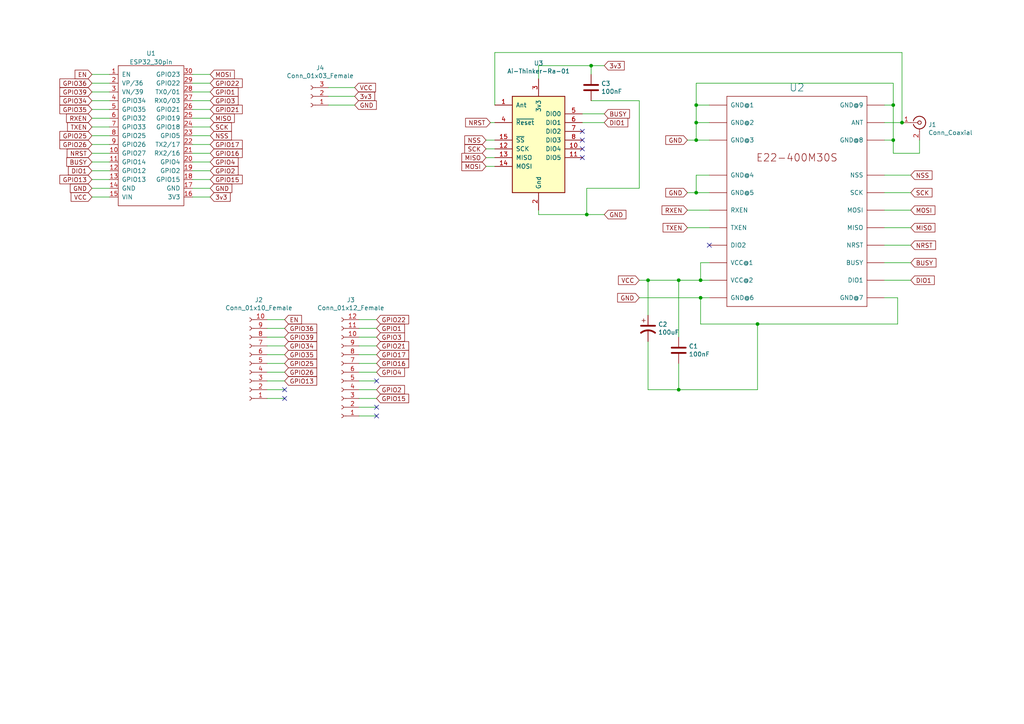
<source format=kicad_sch>
(kicad_sch (version 20211123) (generator eeschema)
  (paper "A4")
  (lib_symbols
    (symbol "Connector:Conn_01x03_Female" (pin_names (offset 1.016) hide)
      (property "Reference" "J" (at 0 5.08 0))
      (property "Value" "Conn_01x03_Female" (at 0 -5.08 0))
      (symbol "Conn_01x03_Female_1_1"
        (arc (start 0 -2.032) (mid -0.508 -2.54) (end 0 -3.048) (stroke (width 0.1524)))
        (polyline (pts (xy -1.27 -2.54) (xy -0.508 -2.54)) (stroke (width 0.1524)))
        (polyline (pts (xy -1.27 0) (xy -0.508 0)) (stroke (width 0.1524)))
        (polyline (pts (xy -1.27 2.54) (xy -0.508 2.54)) (stroke (width 0.1524)))
        (arc (start 0 0.508) (mid -0.508 0) (end 0 -0.508) (stroke (width 0.1524)))
        (arc (start 0 3.048) (mid -0.508 2.54) (end 0 2.032) (stroke (width 0.1524)))
        (pin passive line (at -5.08 2.54 0) (length 3.81) (name "Pin_1") (number "1"))
        (pin passive line (at -5.08 0 0) (length 3.81) (name "Pin_2") (number "2"))
        (pin passive line (at -5.08 -2.54 0) (length 3.81) (name "Pin_3") (number "3"))
      )
    )
    (symbol "Connector:Conn_01x10_Female" (pin_names (offset 1.016) hide)
      (property "Reference" "J" (at 0 12.7 0))
      (property "Value" "Conn_01x10_Female" (at 0 -15.24 0))
      (symbol "Conn_01x10_Female_1_1"
        (arc (start 0 -12.192) (mid -0.508 -12.7) (end 0 -13.208) (stroke (width 0.1524)))
        (arc (start 0 -9.652) (mid -0.508 -10.16) (end 0 -10.668) (stroke (width 0.1524)))
        (arc (start 0 -7.112) (mid -0.508 -7.62) (end 0 -8.128) (stroke (width 0.1524)))
        (arc (start 0 -4.572) (mid -0.508 -5.08) (end 0 -5.588) (stroke (width 0.1524)))
        (arc (start 0 -2.032) (mid -0.508 -2.54) (end 0 -3.048) (stroke (width 0.1524)))
        (polyline (pts (xy -1.27 -12.7) (xy -0.508 -12.7)) (stroke (width 0.1524)))
        (polyline (pts (xy -1.27 -10.16) (xy -0.508 -10.16)) (stroke (width 0.1524)))
        (polyline (pts (xy -1.27 -7.62) (xy -0.508 -7.62)) (stroke (width 0.1524)))
        (polyline (pts (xy -1.27 -5.08) (xy -0.508 -5.08)) (stroke (width 0.1524)))
        (polyline (pts (xy -1.27 -2.54) (xy -0.508 -2.54)) (stroke (width 0.1524)))
        (polyline (pts (xy -1.27 0) (xy -0.508 0)) (stroke (width 0.1524)))
        (polyline (pts (xy -1.27 2.54) (xy -0.508 2.54)) (stroke (width 0.1524)))
        (polyline (pts (xy -1.27 5.08) (xy -0.508 5.08)) (stroke (width 0.1524)))
        (polyline (pts (xy -1.27 7.62) (xy -0.508 7.62)) (stroke (width 0.1524)))
        (polyline (pts (xy -1.27 10.16) (xy -0.508 10.16)) (stroke (width 0.1524)))
        (arc (start 0 0.508) (mid -0.508 0) (end 0 -0.508) (stroke (width 0.1524)))
        (arc (start 0 3.048) (mid -0.508 2.54) (end 0 2.032) (stroke (width 0.1524)))
        (arc (start 0 5.588) (mid -0.508 5.08) (end 0 4.572) (stroke (width 0.1524)))
        (arc (start 0 8.128) (mid -0.508 7.62) (end 0 7.112) (stroke (width 0.1524)))
        (arc (start 0 10.668) (mid -0.508 10.16) (end 0 9.652) (stroke (width 0.1524)))
        (pin passive line (at -5.08 10.16 0) (length 3.81) (name "Pin_1") (number "1"))
        (pin passive line (at -5.08 -12.7 0) (length 3.81) (name "Pin_10") (number "10"))
        (pin passive line (at -5.08 7.62 0) (length 3.81) (name "Pin_2") (number "2"))
        (pin passive line (at -5.08 5.08 0) (length 3.81) (name "Pin_3") (number "3"))
        (pin passive line (at -5.08 2.54 0) (length 3.81) (name "Pin_4") (number "4"))
        (pin passive line (at -5.08 0 0) (length 3.81) (name "Pin_5") (number "5"))
        (pin passive line (at -5.08 -2.54 0) (length 3.81) (name "Pin_6") (number "6"))
        (pin passive line (at -5.08 -5.08 0) (length 3.81) (name "Pin_7") (number "7"))
        (pin passive line (at -5.08 -7.62 0) (length 3.81) (name "Pin_8") (number "8"))
        (pin passive line (at -5.08 -10.16 0) (length 3.81) (name "Pin_9") (number "9"))
      )
    )
    (symbol "Connector:Conn_01x12_Female" (pin_names (offset 1.016) hide)
      (property "Reference" "J" (at 0 15.24 0))
      (property "Value" "Conn_01x12_Female" (at 0 -17.78 0))
      (symbol "Conn_01x12_Female_1_1"
        (arc (start 0 -14.732) (mid -0.508 -15.24) (end 0 -15.748) (stroke (width 0.1524)))
        (arc (start 0 -12.192) (mid -0.508 -12.7) (end 0 -13.208) (stroke (width 0.1524)))
        (arc (start 0 -9.652) (mid -0.508 -10.16) (end 0 -10.668) (stroke (width 0.1524)))
        (arc (start 0 -7.112) (mid -0.508 -7.62) (end 0 -8.128) (stroke (width 0.1524)))
        (arc (start 0 -4.572) (mid -0.508 -5.08) (end 0 -5.588) (stroke (width 0.1524)))
        (arc (start 0 -2.032) (mid -0.508 -2.54) (end 0 -3.048) (stroke (width 0.1524)))
        (polyline (pts (xy -1.27 -15.24) (xy -0.508 -15.24)) (stroke (width 0.1524)))
        (polyline (pts (xy -1.27 -12.7) (xy -0.508 -12.7)) (stroke (width 0.1524)))
        (polyline (pts (xy -1.27 -10.16) (xy -0.508 -10.16)) (stroke (width 0.1524)))
        (polyline (pts (xy -1.27 -7.62) (xy -0.508 -7.62)) (stroke (width 0.1524)))
        (polyline (pts (xy -1.27 -5.08) (xy -0.508 -5.08)) (stroke (width 0.1524)))
        (polyline (pts (xy -1.27 -2.54) (xy -0.508 -2.54)) (stroke (width 0.1524)))
        (polyline (pts (xy -1.27 0) (xy -0.508 0)) (stroke (width 0.1524)))
        (polyline (pts (xy -1.27 2.54) (xy -0.508 2.54)) (stroke (width 0.1524)))
        (polyline (pts (xy -1.27 5.08) (xy -0.508 5.08)) (stroke (width 0.1524)))
        (polyline (pts (xy -1.27 7.62) (xy -0.508 7.62)) (stroke (width 0.1524)))
        (polyline (pts (xy -1.27 10.16) (xy -0.508 10.16)) (stroke (width 0.1524)))
        (polyline (pts (xy -1.27 12.7) (xy -0.508 12.7)) (stroke (width 0.1524)))
        (arc (start 0 0.508) (mid -0.508 0) (end 0 -0.508) (stroke (width 0.1524)))
        (arc (start 0 3.048) (mid -0.508 2.54) (end 0 2.032) (stroke (width 0.1524)))
        (arc (start 0 5.588) (mid -0.508 5.08) (end 0 4.572) (stroke (width 0.1524)))
        (arc (start 0 8.128) (mid -0.508 7.62) (end 0 7.112) (stroke (width 0.1524)))
        (arc (start 0 10.668) (mid -0.508 10.16) (end 0 9.652) (stroke (width 0.1524)))
        (arc (start 0 13.208) (mid -0.508 12.7) (end 0 12.192) (stroke (width 0.1524)))
        (pin passive line (at -5.08 12.7 0) (length 3.81) (name "Pin_1") (number "1"))
        (pin passive line (at -5.08 -10.16 0) (length 3.81) (name "Pin_10") (number "10"))
        (pin passive line (at -5.08 -12.7 0) (length 3.81) (name "Pin_11") (number "11"))
        (pin passive line (at -5.08 -15.24 0) (length 3.81) (name "Pin_12") (number "12"))
        (pin passive line (at -5.08 10.16 0) (length 3.81) (name "Pin_2") (number "2"))
        (pin passive line (at -5.08 7.62 0) (length 3.81) (name "Pin_3") (number "3"))
        (pin passive line (at -5.08 5.08 0) (length 3.81) (name "Pin_4") (number "4"))
        (pin passive line (at -5.08 2.54 0) (length 3.81) (name "Pin_5") (number "5"))
        (pin passive line (at -5.08 0 0) (length 3.81) (name "Pin_6") (number "6"))
        (pin passive line (at -5.08 -2.54 0) (length 3.81) (name "Pin_7") (number "7"))
        (pin passive line (at -5.08 -5.08 0) (length 3.81) (name "Pin_8") (number "8"))
        (pin passive line (at -5.08 -7.62 0) (length 3.81) (name "Pin_9") (number "9"))
      )
    )
    (symbol "Connector:Conn_Coaxial" (pin_names (offset 1.016) hide)
      (property "Reference" "J" (at 0.254 3.048 0))
      (property "Value" "Conn_Coaxial" (at 2.921 0 90))
      (symbol "Conn_Coaxial_0_1"
        (arc (start -1.778 -0.508) (mid 0.2311 -1.8066) (end 1.778 0) (stroke (width 0.254)))
        (polyline (pts (xy -2.54 0) (xy -0.508 0)))
        (polyline (pts (xy 0 -2.54) (xy 0 -1.778)))
        (circle (center 0 0) (radius 0.508) (stroke (width 0.2032)))
        (arc (start 1.778 0) (mid 0.2099 1.8101) (end -1.778 0.508) (stroke (width 0.254)))
      )
      (symbol "Conn_Coaxial_1_1"
        (pin passive line (at -5.08 0 0) (length 2.54) (name "In") (number "1"))
        (pin passive line (at 0 -5.08 90) (length 2.54) (name "Ext") (number "2"))
      )
    )
    (symbol "Device:C" (pin_numbers hide) (pin_names (offset 0.254))
      (property "Reference" "C" (at 0.635 2.54 0))
      (property "Value" "C" (at 0.635 -2.54 0))
      (symbol "C_0_1"
        (polyline (pts (xy -2.032 -0.762) (xy 2.032 -0.762)) (stroke (width 0.508)))
        (polyline (pts (xy -2.032 0.762) (xy 2.032 0.762)) (stroke (width 0.508)))
      )
      (symbol "C_1_1"
        (pin passive line (at 0 3.81 270) (length 2.794) (name "~") (number "1"))
        (pin passive line (at 0 -3.81 90) (length 2.794) (name "~") (number "2"))
      )
    )
    (symbol "lora_tracker-rescue:Ai-Thinker-Ra-01-RF_Module" (pin_names (offset 1.016))
      (property "Reference" "U" (at 2.54 17.78 0))
      (property "Value" "Ai-Thinker-Ra-01-RF_Module" (at 10.16 -13.97 0))
      (symbol "Ai-Thinker-Ra-01-RF_Module_0_1"
        (rectangle (start -7.62 15.24) (end 7.62 -12.7) (stroke (width 0.254)) (fill (type background)))
      )
      (symbol "Ai-Thinker-Ra-01-RF_Module_1_1"
        (pin input line (at -12.7 12.7 0) (length 5.08) (name "Ant") (number "1"))
        (pin bidirectional line (at 12.7 0 180) (length 5.08) (name "DIO4") (number "10"))
        (pin bidirectional line (at 12.7 -2.54 180) (length 5.08) (name "DIO5") (number "11"))
        (pin bidirectional line (at -12.7 0 0) (length 5.08) (name "SCK") (number "12"))
        (pin output line (at -12.7 -2.54 0) (length 5.08) (name "MISO") (number "13"))
        (pin input line (at -12.7 -5.08 0) (length 5.08) (name "MOSI") (number "14"))
        (pin input line (at -12.7 2.54 0) (length 5.08) (name "~{SS}") (number "15"))
        (pin passive line (at 0 -17.78 90) (length 5.08) hide (name "Gnd") (number "16"))
        (pin power_in line (at 0 -17.78 90) (length 5.08) (name "Gnd") (number "2"))
        (pin power_in line (at 0 20.32 270) (length 5.08) (name "3v3") (number "3"))
        (pin input line (at -12.7 7.62 0) (length 5.08) (name "~{Reset}") (number "4"))
        (pin bidirectional line (at 12.7 10.16 180) (length 5.08) (name "DIO0") (number "5"))
        (pin bidirectional line (at 12.7 7.62 180) (length 5.08) (name "DIO1") (number "6"))
        (pin bidirectional line (at 12.7 5.08 180) (length 5.08) (name "DIO2") (number "7"))
        (pin bidirectional line (at 12.7 2.54 180) (length 5.08) (name "DIO3") (number "8"))
        (pin passive line (at 0 -17.78 90) (length 5.08) hide (name "Gnd") (number "9"))
      )
    )
    (symbol "lora_tracker-rescue:CP1-Device" (pin_numbers hide) (pin_names (offset 0.254) hide)
      (property "Reference" "C" (at 0.635 2.54 0))
      (property "Value" "CP1-Device" (at 0.635 -2.54 0))
      (symbol "CP1-Device_0_1"
        (polyline (pts (xy -2.032 0.762) (xy 2.032 0.762)) (stroke (width 0.508)))
        (polyline (pts (xy -1.778 2.286) (xy -0.762 2.286)))
        (polyline (pts (xy -1.27 1.778) (xy -1.27 2.794)))
        (arc (start 2.032 -1.27) (mid 0 -0.5572) (end -2.032 -1.27) (stroke (width 0.508)))
      )
      (symbol "CP1-Device_1_1"
        (pin passive line (at 0 3.81 270) (length 2.794) (name "~") (number "1"))
        (pin passive line (at 0 -3.81 90) (length 3.302) (name "~") (number "2"))
      )
    )
    (symbol "lora_tracker:E22-400M30S" (pin_names (offset 1.016))
      (property "Reference" "U" (at -20.32 33.02 0))
      (symbol "E22-400M30S_1_0"
        (polyline (pts (xy -20.32 -30.48) (xy 20.32 -30.48)))
        (polyline (pts (xy -20.32 30.48) (xy -20.32 -30.48)))
        (polyline (pts (xy 20.32 -30.48) (xy 20.32 30.48)))
        (polyline (pts (xy 20.32 30.48) (xy -20.32 30.48)))
        (text "E22-400M30S" (at 0 12.7 0) (effects (font (size 2.159 2.159))))
        (pin bidirectional line (at -25.4 27.94 0) (length 5.08) (name "GND@1") (number "1"))
        (pin bidirectional line (at -25.4 -22.86 0) (length 5.08) (name "VCC@2") (number "10"))
        (pin bidirectional line (at -25.4 -27.94 0) (length 5.08) (name "GND@6") (number "11"))
        (pin bidirectional line (at 25.4 -27.94 180) (length 5.08) (name "GND@7") (number "12"))
        (pin bidirectional line (at 25.4 -22.86 180) (length 5.08) (name "DIO1") (number "13"))
        (pin bidirectional line (at 25.4 -17.78 180) (length 5.08) (name "BUSY") (number "14"))
        (pin bidirectional line (at 25.4 -12.7 180) (length 5.08) (name "NRST") (number "15"))
        (pin bidirectional line (at 25.4 -7.62 180) (length 5.08) (name "MISO") (number "16"))
        (pin bidirectional line (at 25.4 -2.54 180) (length 5.08) (name "MOSI") (number "17"))
        (pin bidirectional line (at 25.4 2.54 180) (length 5.08) (name "SCK") (number "18"))
        (pin bidirectional line (at 25.4 7.62 180) (length 5.08) (name "NSS") (number "19"))
        (pin bidirectional line (at -25.4 22.86 0) (length 5.08) (name "GND@2") (number "2"))
        (pin bidirectional line (at 25.4 17.78 180) (length 5.08) (name "GND@8") (number "20"))
        (pin bidirectional line (at 25.4 22.86 180) (length 5.08) (name "ANT") (number "21"))
        (pin bidirectional line (at 25.4 27.94 180) (length 5.08) (name "GND@9") (number "22"))
        (pin bidirectional line (at -25.4 17.78 0) (length 5.08) (name "GND@3") (number "3"))
        (pin bidirectional line (at -25.4 7.62 0) (length 5.08) (name "GND@4") (number "4"))
        (pin bidirectional line (at -25.4 2.54 0) (length 5.08) (name "GND@5") (number "5"))
        (pin bidirectional line (at -25.4 -2.54 0) (length 5.08) (name "RXEN") (number "6"))
        (pin bidirectional line (at -25.4 -7.62 0) (length 5.08) (name "TXEN") (number "7"))
        (pin bidirectional line (at -25.4 -12.7 0) (length 5.08) (name "DIO2") (number "8"))
        (pin bidirectional line (at -25.4 -17.78 0) (length 5.08) (name "VCC@1") (number "9"))
      )
    )
    (symbol "lora_tracker:ESP32_30pin" (pin_names (offset 1.016))
      (property "Reference" "U" (at 2.54 1.27 0))
      (property "Value" "ESP32_30pin" (at 2.54 -1.27 0))
      (symbol "ESP32_30pin_0_1"
        (rectangle (start -7.62 -2.54) (end 11.43 -43.18))
      )
      (symbol "ESP32_30pin_1_1"
        (pin input line (at -10.16 -5.08 0) (length 2.54) (name "EN") (number "1"))
        (pin input line (at -10.16 -27.94 0) (length 2.54) (name "GPIO27") (number "10"))
        (pin input line (at -10.16 -30.48 0) (length 2.54) (name "GPIO14") (number "11"))
        (pin input line (at -10.16 -33.02 0) (length 2.54) (name "GPIO12") (number "12"))
        (pin input line (at -10.16 -35.56 0) (length 2.54) (name "GPIO13") (number "13"))
        (pin input line (at -10.16 -38.1 0) (length 2.54) (name "GND") (number "14"))
        (pin power_in line (at -10.16 -40.64 0) (length 2.54) (name "VIN") (number "15"))
        (pin power_out line (at 13.97 -40.64 180) (length 2.54) (name "3V3") (number "16"))
        (pin input line (at 13.97 -38.1 180) (length 2.54) (name "GND") (number "17"))
        (pin input line (at 13.97 -35.56 180) (length 2.54) (name "GPIO15") (number "18"))
        (pin input line (at 13.97 -33.02 180) (length 2.54) (name "GPIO2") (number "19"))
        (pin input line (at -10.16 -7.62 0) (length 2.54) (name "VP/36") (number "2"))
        (pin input line (at 13.97 -30.48 180) (length 2.54) (name "GPIO4") (number "20"))
        (pin input line (at 13.97 -27.94 180) (length 2.54) (name "RX2/16") (number "21"))
        (pin input line (at 13.97 -25.4 180) (length 2.54) (name "TX2/17") (number "22"))
        (pin input line (at 13.97 -22.86 180) (length 2.54) (name "GPIO5") (number "23"))
        (pin input line (at 13.97 -20.32 180) (length 2.54) (name "GPIO18") (number "24"))
        (pin input line (at 13.97 -17.78 180) (length 2.54) (name "GPIO19") (number "25"))
        (pin input line (at 13.97 -15.24 180) (length 2.54) (name "GPIO21") (number "26"))
        (pin input line (at 13.97 -12.7 180) (length 2.54) (name "RX0/03") (number "27"))
        (pin input line (at 13.97 -10.16 180) (length 2.54) (name "TX0/01") (number "28"))
        (pin input line (at 13.97 -7.62 180) (length 2.54) (name "GPIO22") (number "29"))
        (pin input line (at -10.16 -10.16 0) (length 2.54) (name "VN/39") (number "3"))
        (pin input line (at 13.97 -5.08 180) (length 2.54) (name "GPIO23") (number "30"))
        (pin input line (at -10.16 -12.7 0) (length 2.54) (name "GPIO34") (number "4"))
        (pin input line (at -10.16 -15.24 0) (length 2.54) (name "GPIO35") (number "5"))
        (pin input line (at -10.16 -17.78 0) (length 2.54) (name "GPIO32") (number "6"))
        (pin input line (at -10.16 -20.32 0) (length 2.54) (name "GPIO33") (number "7"))
        (pin input line (at -10.16 -22.86 0) (length 2.54) (name "GPIO25") (number "8"))
        (pin input line (at -10.16 -25.4 0) (length 2.54) (name "GPIO26") (number "9"))
      )
    )
  )
  (junction (at 259.08 30.48))
  (junction (at 187.96 81.28))
  (junction (at 259.08 40.64))
  (junction (at 196.85 113.03))
  (junction (at 170.18 62.23))
  (junction (at 201.93 35.56))
  (junction (at 171.45 19.05))
  (junction (at 261.62 35.56))
  (junction (at 196.85 81.28))
  (junction (at 203.2 86.36))
  (junction (at 201.93 30.48))
  (junction (at 219.71 93.98))
  (junction (at 201.93 55.88))
  (junction (at 203.2 81.28))
  (junction (at 201.93 40.64))
  (no_connect (at 205.74 71.12))
  (no_connect (at 82.55 113.03))
  (no_connect (at 109.22 120.65))
  (no_connect (at 82.55 115.57))
  (no_connect (at 168.91 45.72))
  (no_connect (at 168.91 43.18))
  (no_connect (at 168.91 40.64))
  (no_connect (at 109.22 110.49))
  (no_connect (at 168.91 38.1))
  (no_connect (at 109.22 118.11))
  (wire (pts (xy 26.67 54.61) (xy 31.75 54.61)))
  (wire (pts (xy 185.42 29.21) (xy 185.42 54.61)))
  (wire (pts (xy 156.21 19.05) (xy 156.21 22.86)))
  (wire (pts (xy 26.67 52.07) (xy 31.75 52.07)))
  (wire (pts (xy 140.97 40.64) (xy 143.51 40.64)))
  (wire (pts (xy 104.14 100.33) (xy 109.22 100.33)))
  (wire (pts (xy 104.14 92.71) (xy 109.22 92.71)))
  (wire (pts (xy 143.51 15.24) (xy 261.62 15.24)))
  (wire (pts (xy 26.67 24.13) (xy 31.75 24.13)))
  (wire (pts (xy 201.93 30.48) (xy 201.93 24.13)))
  (wire (pts (xy 95.25 27.94) (xy 102.87 27.94)))
  (wire (pts (xy 205.74 66.04) (xy 199.39 66.04)))
  (wire (pts (xy 175.26 35.56) (xy 168.91 35.56)))
  (wire (pts (xy 256.54 81.28) (xy 264.16 81.28)))
  (wire (pts (xy 77.47 95.25) (xy 82.55 95.25)))
  (wire (pts (xy 82.55 92.71) (xy 77.47 92.71)))
  (wire (pts (xy 26.67 31.75) (xy 31.75 31.75)))
  (wire (pts (xy 196.85 81.28) (xy 203.2 81.28)))
  (wire (pts (xy 104.14 113.03) (xy 109.22 113.03)))
  (wire (pts (xy 26.67 39.37) (xy 31.75 39.37)))
  (wire (pts (xy 55.88 24.13) (xy 60.96 24.13)))
  (wire (pts (xy 55.88 36.83) (xy 60.96 36.83)))
  (wire (pts (xy 205.74 60.96) (xy 199.39 60.96)))
  (wire (pts (xy 104.14 118.11) (xy 109.22 118.11)))
  (wire (pts (xy 205.74 35.56) (xy 201.93 35.56)))
  (wire (pts (xy 187.96 91.44) (xy 187.96 81.28)))
  (wire (pts (xy 55.88 46.99) (xy 60.96 46.99)))
  (wire (pts (xy 171.45 21.59) (xy 171.45 19.05)))
  (wire (pts (xy 256.54 71.12) (xy 264.16 71.12)))
  (wire (pts (xy 95.25 30.48) (xy 102.87 30.48)))
  (wire (pts (xy 256.54 76.2) (xy 264.16 76.2)))
  (wire (pts (xy 264.16 55.88) (xy 256.54 55.88)))
  (wire (pts (xy 55.88 39.37) (xy 60.96 39.37)))
  (wire (pts (xy 77.47 115.57) (xy 82.55 115.57)))
  (wire (pts (xy 140.97 48.26) (xy 143.51 48.26)))
  (wire (pts (xy 55.88 26.67) (xy 60.96 26.67)))
  (wire (pts (xy 26.67 29.21) (xy 31.75 29.21)))
  (wire (pts (xy 170.18 62.23) (xy 175.26 62.23)))
  (wire (pts (xy 203.2 93.98) (xy 219.71 93.98)))
  (wire (pts (xy 205.74 50.8) (xy 201.93 50.8)))
  (wire (pts (xy 201.93 24.13) (xy 259.08 24.13)))
  (wire (pts (xy 205.74 40.64) (xy 201.93 40.64)))
  (wire (pts (xy 77.47 110.49) (xy 82.55 110.49)))
  (wire (pts (xy 104.14 110.49) (xy 109.22 110.49)))
  (wire (pts (xy 55.88 44.45) (xy 60.96 44.45)))
  (wire (pts (xy 55.88 29.21) (xy 60.96 29.21)))
  (wire (pts (xy 77.47 97.79) (xy 82.55 97.79)))
  (wire (pts (xy 26.67 41.91) (xy 31.75 41.91)))
  (wire (pts (xy 187.96 81.28) (xy 196.85 81.28)))
  (wire (pts (xy 266.7 40.64) (xy 266.7 44.45)))
  (wire (pts (xy 55.88 34.29) (xy 60.96 34.29)))
  (wire (pts (xy 203.2 86.36) (xy 205.74 86.36)))
  (wire (pts (xy 260.35 93.98) (xy 260.35 86.36)))
  (wire (pts (xy 266.7 44.45) (xy 259.08 44.45)))
  (wire (pts (xy 26.67 57.15) (xy 31.75 57.15)))
  (wire (pts (xy 156.21 60.96) (xy 156.21 62.23)))
  (wire (pts (xy 171.45 29.21) (xy 185.42 29.21)))
  (wire (pts (xy 104.14 102.87) (xy 109.22 102.87)))
  (wire (pts (xy 205.74 81.28) (xy 203.2 81.28)))
  (wire (pts (xy 264.16 50.8) (xy 256.54 50.8)))
  (wire (pts (xy 175.26 33.02) (xy 168.91 33.02)))
  (wire (pts (xy 95.25 25.4) (xy 102.87 25.4)))
  (wire (pts (xy 104.14 115.57) (xy 109.22 115.57)))
  (wire (pts (xy 104.14 105.41) (xy 109.22 105.41)))
  (wire (pts (xy 201.93 50.8) (xy 201.93 55.88)))
  (wire (pts (xy 171.45 19.05) (xy 175.26 19.05)))
  (wire (pts (xy 26.67 49.53) (xy 31.75 49.53)))
  (wire (pts (xy 256.54 40.64) (xy 259.08 40.64)))
  (wire (pts (xy 196.85 97.79) (xy 196.85 81.28)))
  (wire (pts (xy 261.62 15.24) (xy 261.62 35.56)))
  (wire (pts (xy 256.54 35.56) (xy 261.62 35.56)))
  (wire (pts (xy 26.67 26.67) (xy 31.75 26.67)))
  (wire (pts (xy 259.08 40.64) (xy 259.08 30.48)))
  (wire (pts (xy 199.39 55.88) (xy 201.93 55.88)))
  (wire (pts (xy 196.85 105.41) (xy 196.85 113.03)))
  (wire (pts (xy 140.97 45.72) (xy 143.51 45.72)))
  (wire (pts (xy 259.08 24.13) (xy 259.08 30.48)))
  (wire (pts (xy 31.75 36.83) (xy 26.67 36.83)))
  (wire (pts (xy 219.71 93.98) (xy 260.35 93.98)))
  (wire (pts (xy 26.67 21.59) (xy 31.75 21.59)))
  (wire (pts (xy 140.97 43.18) (xy 143.51 43.18)))
  (wire (pts (xy 259.08 30.48) (xy 256.54 30.48)))
  (wire (pts (xy 219.71 113.03) (xy 219.71 93.98)))
  (wire (pts (xy 104.14 120.65) (xy 109.22 120.65)))
  (wire (pts (xy 77.47 102.87) (xy 82.55 102.87)))
  (wire (pts (xy 156.21 62.23) (xy 170.18 62.23)))
  (wire (pts (xy 201.93 35.56) (xy 201.93 40.64)))
  (wire (pts (xy 185.42 81.28) (xy 187.96 81.28)))
  (wire (pts (xy 256.54 66.04) (xy 264.16 66.04)))
  (wire (pts (xy 143.51 30.48) (xy 143.51 15.24)))
  (wire (pts (xy 156.21 19.05) (xy 171.45 19.05)))
  (wire (pts (xy 185.42 86.36) (xy 203.2 86.36)))
  (wire (pts (xy 185.42 54.61) (xy 170.18 54.61)))
  (wire (pts (xy 142.24 35.56) (xy 143.51 35.56)))
  (wire (pts (xy 201.93 55.88) (xy 205.74 55.88)))
  (wire (pts (xy 259.08 44.45) (xy 259.08 40.64)))
  (wire (pts (xy 205.74 76.2) (xy 203.2 76.2)))
  (wire (pts (xy 104.14 107.95) (xy 109.22 107.95)))
  (wire (pts (xy 196.85 113.03) (xy 219.71 113.03)))
  (wire (pts (xy 205.74 30.48) (xy 201.93 30.48)))
  (wire (pts (xy 187.96 113.03) (xy 196.85 113.03)))
  (wire (pts (xy 26.67 44.45) (xy 31.75 44.45)))
  (wire (pts (xy 55.88 57.15) (xy 60.96 57.15)))
  (wire (pts (xy 26.67 46.99) (xy 31.75 46.99)))
  (wire (pts (xy 170.18 54.61) (xy 170.18 62.23)))
  (wire (pts (xy 104.14 97.79) (xy 109.22 97.79)))
  (wire (pts (xy 55.88 31.75) (xy 60.96 31.75)))
  (wire (pts (xy 77.47 113.03) (xy 82.55 113.03)))
  (wire (pts (xy 77.47 100.33) (xy 82.55 100.33)))
  (wire (pts (xy 260.35 86.36) (xy 256.54 86.36)))
  (wire (pts (xy 60.96 21.59) (xy 55.88 21.59)))
  (wire (pts (xy 203.2 76.2) (xy 203.2 81.28)))
  (wire (pts (xy 203.2 86.36) (xy 203.2 93.98)))
  (wire (pts (xy 77.47 105.41) (xy 82.55 105.41)))
  (wire (pts (xy 55.88 41.91) (xy 60.96 41.91)))
  (wire (pts (xy 55.88 52.07) (xy 60.96 52.07)))
  (wire (pts (xy 201.93 40.64) (xy 199.39 40.64)))
  (wire (pts (xy 104.14 95.25) (xy 109.22 95.25)))
  (wire (pts (xy 55.88 54.61) (xy 60.96 54.61)))
  (wire (pts (xy 55.88 49.53) (xy 60.96 49.53)))
  (wire (pts (xy 31.75 34.29) (xy 26.67 34.29)))
  (wire (pts (xy 256.54 60.96) (xy 264.16 60.96)))
  (wire (pts (xy 201.93 30.48) (xy 201.93 35.56)))
  (wire (pts (xy 187.96 99.06) (xy 187.96 113.03)))
  (wire (pts (xy 77.47 107.95) (xy 82.55 107.95)))
  (global_label "GPIO15" (shape input) (at 109.22 115.57 0) (property "Intersheet References" "${INTERSHEET_REFS}" (effects hide)))
  (global_label "MOSI" (shape input) (at 264.16 60.96 0) (property "Intersheet References" "${INTERSHEET_REFS}" (effects hide)))
  (global_label "3v3" (shape input) (at 102.87 27.94 0) (property "Intersheet References" "${INTERSHEET_REFS}" (effects hide)))
  (global_label "VCC" (shape input) (at 102.87 25.4 0) (property "Intersheet References" "${INTERSHEET_REFS}" (effects hide)))
  (global_label "GPIO22" (shape input) (at 60.96 24.13 0) (property "Intersheet References" "${INTERSHEET_REFS}" (effects hide)))
  (global_label "GND" (shape input) (at 60.96 54.61 0) (property "Intersheet References" "${INTERSHEET_REFS}" (effects hide)))
  (global_label "GPIO34" (shape input) (at 82.55 100.33 0) (property "Intersheet References" "${INTERSHEET_REFS}" (effects hide)))
  (global_label "VCC" (shape input) (at 185.42 81.28 180) (property "Intersheet References" "${INTERSHEET_REFS}" (effects hide)))
  (global_label "GPIO34" (shape input) (at 26.67 29.21 180) (property "Intersheet References" "${INTERSHEET_REFS}" (effects hide)))
  (global_label "DIO1" (shape input) (at 264.16 81.28 0) (property "Intersheet References" "${INTERSHEET_REFS}" (effects hide)))
  (global_label "GND" (shape input) (at 199.39 55.88 180) (property "Intersheet References" "${INTERSHEET_REFS}" (effects hide)))
  (global_label "GPIO21" (shape input) (at 109.22 100.33 0) (property "Intersheet References" "${INTERSHEET_REFS}" (effects hide)))
  (global_label "GPIO13" (shape input) (at 82.55 110.49 0) (property "Intersheet References" "${INTERSHEET_REFS}" (effects hide)))
  (global_label "EN" (shape input) (at 82.55 92.71 0) (property "Intersheet References" "${INTERSHEET_REFS}" (effects hide)))
  (global_label "GND" (shape input) (at 199.39 40.64 180) (property "Intersheet References" "${INTERSHEET_REFS}" (effects hide)))
  (global_label "EN" (shape input) (at 26.67 21.59 180) (property "Intersheet References" "${INTERSHEET_REFS}" (effects hide)))
  (global_label "GPIO26" (shape input) (at 26.67 41.91 180) (property "Intersheet References" "${INTERSHEET_REFS}" (effects hide)))
  (global_label "BUSY" (shape input) (at 26.67 46.99 180) (property "Intersheet References" "${INTERSHEET_REFS}" (effects hide)))
  (global_label "GPIO39" (shape input) (at 26.67 26.67 180) (property "Intersheet References" "${INTERSHEET_REFS}" (effects hide)))
  (global_label "GPIO26" (shape input) (at 82.55 107.95 0) (property "Intersheet References" "${INTERSHEET_REFS}" (effects hide)))
  (global_label "RXEN" (shape input) (at 26.67 34.29 180) (property "Intersheet References" "${INTERSHEET_REFS}" (effects hide)))
  (global_label "GPIO39" (shape input) (at 82.55 97.79 0) (property "Intersheet References" "${INTERSHEET_REFS}" (effects hide)))
  (global_label "GPIO1" (shape input) (at 109.22 95.25 0) (property "Intersheet References" "${INTERSHEET_REFS}" (effects hide)))
  (global_label "TXEN" (shape input) (at 199.39 66.04 180) (property "Intersheet References" "${INTERSHEET_REFS}" (effects hide)))
  (global_label "GPIO15" (shape input) (at 60.96 52.07 0) (property "Intersheet References" "${INTERSHEET_REFS}" (effects hide)))
  (global_label "TXEN" (shape input) (at 26.67 36.83 180) (property "Intersheet References" "${INTERSHEET_REFS}" (effects hide)))
  (global_label "GPIO3" (shape input) (at 109.22 97.79 0) (property "Intersheet References" "${INTERSHEET_REFS}" (effects hide)))
  (global_label "MISO" (shape input) (at 264.16 66.04 0) (property "Intersheet References" "${INTERSHEET_REFS}" (effects hide)))
  (global_label "NSS" (shape input) (at 140.97 40.64 180) (property "Intersheet References" "${INTERSHEET_REFS}" (effects hide)))
  (global_label "GPIO2" (shape input) (at 109.22 113.03 0) (property "Intersheet References" "${INTERSHEET_REFS}" (effects hide)))
  (global_label "MISO" (shape input) (at 60.96 34.29 0) (property "Intersheet References" "${INTERSHEET_REFS}" (effects hide)))
  (global_label "GPIO17" (shape input) (at 60.96 41.91 0) (property "Intersheet References" "${INTERSHEET_REFS}" (effects hide)))
  (global_label "GND" (shape input) (at 175.26 62.23 0) (property "Intersheet References" "${INTERSHEET_REFS}" (effects hide)))
  (global_label "BUSY" (shape input) (at 264.16 76.2 0) (property "Intersheet References" "${INTERSHEET_REFS}" (effects hide)))
  (global_label "GPIO16" (shape input) (at 60.96 44.45 0) (property "Intersheet References" "${INTERSHEET_REFS}" (effects hide)))
  (global_label "GPIO3" (shape input) (at 60.96 29.21 0) (property "Intersheet References" "${INTERSHEET_REFS}" (effects hide)))
  (global_label "3v3" (shape input) (at 175.26 19.05 0) (property "Intersheet References" "${INTERSHEET_REFS}" (effects hide)))
  (global_label "GND" (shape input) (at 185.42 86.36 180) (property "Intersheet References" "${INTERSHEET_REFS}" (effects hide)))
  (global_label "GPIO16" (shape input) (at 109.22 105.41 0) (property "Intersheet References" "${INTERSHEET_REFS}" (effects hide)))
  (global_label "GPIO35" (shape input) (at 26.67 31.75 180) (property "Intersheet References" "${INTERSHEET_REFS}" (effects hide)))
  (global_label "MOSI" (shape input) (at 60.96 21.59 0) (property "Intersheet References" "${INTERSHEET_REFS}" (effects hide)))
  (global_label "GPIO2" (shape input) (at 60.96 49.53 0) (property "Intersheet References" "${INTERSHEET_REFS}" (effects hide)))
  (global_label "GPIO1" (shape input) (at 60.96 26.67 0) (property "Intersheet References" "${INTERSHEET_REFS}" (effects hide)))
  (global_label "GPIO4" (shape input) (at 109.22 107.95 0) (property "Intersheet References" "${INTERSHEET_REFS}" (effects hide)))
  (global_label "NRST" (shape input) (at 264.16 71.12 0) (property "Intersheet References" "${INTERSHEET_REFS}" (effects hide)))
  (global_label "GPIO4" (shape input) (at 60.96 46.99 0) (property "Intersheet References" "${INTERSHEET_REFS}" (effects hide)))
  (global_label "MISO" (shape input) (at 140.97 45.72 180) (property "Intersheet References" "${INTERSHEET_REFS}" (effects hide)))
  (global_label "GPIO35" (shape input) (at 82.55 102.87 0) (property "Intersheet References" "${INTERSHEET_REFS}" (effects hide)))
  (global_label "GND" (shape input) (at 102.87 30.48 0) (property "Intersheet References" "${INTERSHEET_REFS}" (effects hide)))
  (global_label "GPIO21" (shape input) (at 60.96 31.75 0) (property "Intersheet References" "${INTERSHEET_REFS}" (effects hide)))
  (global_label "BUSY" (shape input) (at 175.26 33.02 0) (property "Intersheet References" "${INTERSHEET_REFS}" (effects hide)))
  (global_label "GND" (shape input) (at 26.67 54.61 180) (property "Intersheet References" "${INTERSHEET_REFS}" (effects hide)))
  (global_label "GPIO36" (shape input) (at 26.67 24.13 180) (property "Intersheet References" "${INTERSHEET_REFS}" (effects hide)))
  (global_label "SCK" (shape input) (at 140.97 43.18 180) (property "Intersheet References" "${INTERSHEET_REFS}" (effects hide)))
  (global_label "GPIO22" (shape input) (at 109.22 92.71 0) (property "Intersheet References" "${INTERSHEET_REFS}" (effects hide)))
  (global_label "GPIO25" (shape input) (at 82.55 105.41 0) (property "Intersheet References" "${INTERSHEET_REFS}" (effects hide)))
  (global_label "GPIO36" (shape input) (at 82.55 95.25 0) (property "Intersheet References" "${INTERSHEET_REFS}" (effects hide)))
  (global_label "VCC" (shape input) (at 26.67 57.15 180) (property "Intersheet References" "${INTERSHEET_REFS}" (effects hide)))
  (global_label "NRST" (shape input) (at 26.67 44.45 180) (property "Intersheet References" "${INTERSHEET_REFS}" (effects hide)))
  (global_label "SCK" (shape input) (at 264.16 55.88 0) (property "Intersheet References" "${INTERSHEET_REFS}" (effects hide)))
  (global_label "NRST" (shape input) (at 142.24 35.56 180) (property "Intersheet References" "${INTERSHEET_REFS}" (effects hide)))
  (global_label "3v3" (shape input) (at 60.96 57.15 0) (property "Intersheet References" "${INTERSHEET_REFS}" (effects hide)))
  (global_label "DIO1" (shape input) (at 175.26 35.56 0) (property "Intersheet References" "${INTERSHEET_REFS}" (effects hide)))
  (global_label "DIO1" (shape input) (at 26.67 49.53 180) (property "Intersheet References" "${INTERSHEET_REFS}" (effects hide)))
  (global_label "NSS" (shape input) (at 264.16 50.8 0) (property "Intersheet References" "${INTERSHEET_REFS}" (effects hide)))
  (global_label "NSS" (shape input) (at 60.96 39.37 0) (property "Intersheet References" "${INTERSHEET_REFS}" (effects hide)))
  (global_label "GPIO17" (shape input) (at 109.22 102.87 0) (property "Intersheet References" "${INTERSHEET_REFS}" (effects hide)))
  (global_label "MOSI" (shape input) (at 140.97 48.26 180) (property "Intersheet References" "${INTERSHEET_REFS}" (effects hide)))
  (global_label "RXEN" (shape input) (at 199.39 60.96 180) (property "Intersheet References" "${INTERSHEET_REFS}" (effects hide)))
  (global_label "GPIO13" (shape input) (at 26.67 52.07 180) (property "Intersheet References" "${INTERSHEET_REFS}" (effects hide)))
  (global_label "SCK" (shape input) (at 60.96 36.83 0) (property "Intersheet References" "${INTERSHEET_REFS}" (effects hide)))
  (global_label "GPIO25" (shape input) (at 26.67 39.37 180) (property "Intersheet References" "${INTERSHEET_REFS}" (effects hide)))
  (symbol (lib_id "lora_tracker:E22-400M30S") (at 231.14 58.42 0) (unit 1)
    (property "Reference" "U2" (at 231.14 25.4 0) (effects (font (size 2.159 2.159))))
    (property "Value" "E22-400M30S" (effects hide))
    (property "Footprint" "lora_tracker:E22-400M30S" (effects hide))
  )
  (symbol (lib_id "Connector:Conn_Coaxial") (at 266.7 35.56 0) (unit 1)
    (property "Reference" "J1" (at 269.2146 36.1696 0) (effects (justify left)))
    (property "Value" "Conn_Coaxial" (at 269.2146 38.481 0) (effects (justify left)))
    (property "Footprint" "Connector_Coaxial:SMA_Samtec_SMA-J-P-X-ST-EM1_EdgeMount" (effects hide))
    (property "Datasheet" " ~" (effects hide))
  )
  (symbol (lib_id "lora_tracker-rescue:CP1-Device") (at 187.96 95.25 0) (unit 1)
    (property "Reference" "C2" (at 190.881 94.0816 0) (effects (justify left)))
    (property "Value" "100uF" (at 190.881 96.393 0) (effects (justify left)))
    (property "Footprint" "Capacitor_SMD:CP_Elec_3x5.3" (effects hide))
  )
  (symbol (lib_id "Device:C") (at 196.85 101.6 0) (unit 1)
    (property "Reference" "C1" (at 199.771 100.4316 0) (effects (justify left)))
    (property "Value" "100nF" (at 199.771 102.743 0) (effects (justify left)))
    (property "Footprint" "Capacitor_SMD:C_0603_1608Metric_Pad1.08x0.95mm_HandSolder" (effects hide))
  )
  (symbol (lib_id "lora_tracker-rescue:Ai-Thinker-Ra-01-RF_Module") (at 156.21 43.18 0) (unit 1)
    (property "Reference" "U3" (at 156.21 18.3388 0))
    (property "Value" "Ai-Thinker-Ra-01" (at 156.21 20.6502 0))
    (property "Footprint" "RF_Module:Ai-Thinker-Ra-01-LoRa" (effects hide))
    (property "Datasheet" "https://mikroelectron.com/Product/10KM-433M-LORA-LONG-RANGE-WIRELESS-MODULE-RA-01" (effects hide))
  )
  (symbol (lib_id "Device:C") (at 171.45 25.4 0) (unit 1)
    (property "Reference" "C3" (at 174.371 24.2316 0) (effects (justify left)))
    (property "Value" "100nF" (at 174.371 26.543 0) (effects (justify left)))
    (property "Footprint" "Capacitor_SMD:C_0603_1608Metric_Pad1.08x0.95mm_HandSolder" (effects hide))
  )
  (symbol (lib_id "Connector:Conn_01x10_Female") (at 72.39 105.41 180) (unit 1)
    (property "Reference" "J2" (at 75.0824 86.995 0))
    (property "Value" "Conn_01x10_Female" (at 75.0824 89.3064 0))
    (property "Footprint" "Connector_PinSocket_2.54mm:PinSocket_1x10_P2.54mm_Vertical" (effects hide))
  )
  (symbol (lib_id "Connector:Conn_01x12_Female") (at 99.06 107.95 180) (unit 1)
    (property "Reference" "J3" (at 101.7524 86.995 0))
    (property "Value" "Conn_01x12_Female" (at 101.7524 89.3064 0))
    (property "Footprint" "Connector_PinSocket_2.54mm:PinSocket_1x12_P2.54mm_Vertical" (effects hide))
  )
  (symbol (lib_id "Connector:Conn_01x03_Female") (at 90.17 27.94 180) (unit 1)
    (property "Reference" "J4" (at 92.8624 19.685 0))
    (property "Value" "Conn_01x03_Female" (at 92.8624 21.9964 0))
    (property "Footprint" "Connector_PinSocket_2.54mm:PinSocket_1x03_P2.54mm_Vertical" (effects hide))
  )
  (symbol (lib_id "lora_tracker:ESP32_30pin") (at 41.91 16.51 0) (unit 1)
    (property "Reference" "U1" (at 43.815 15.4772 0))
    (property "Value" "ESP32_30pin" (at 43.815 18.0141 0))
    (property "Footprint" "lora_tracker:esp32-devkit-wide_copy" (effects hide))
  )
)
</source>
